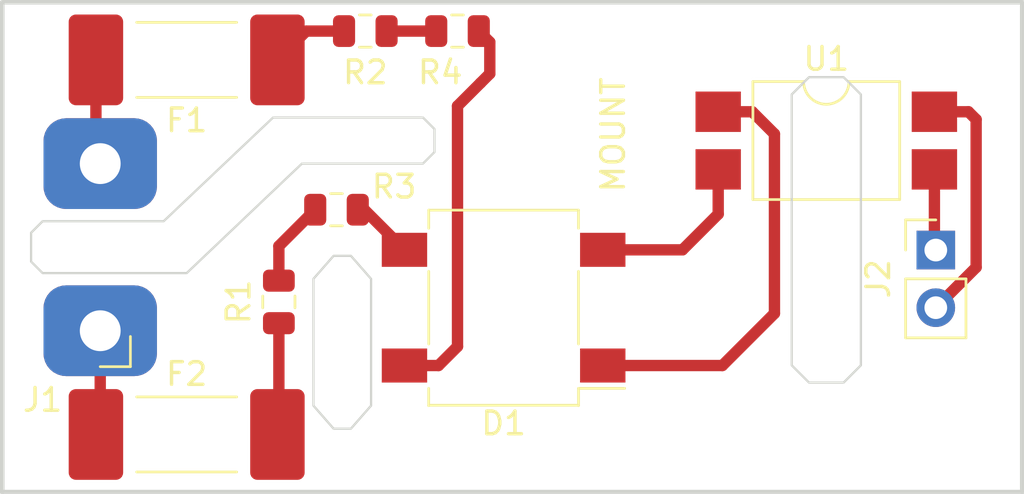
<source format=kicad_pcb>
(kicad_pcb (version 20171130) (host pcbnew 5.1.5-52549c5~84~ubuntu18.04.1)

  (general
    (thickness 1.6)
    (drawings 7)
    (tracks 37)
    (zones 0)
    (modules 11)
    (nets 13)
  )

  (page A4)
  (layers
    (0 F.Cu signal)
    (31 B.Cu signal)
    (32 B.Adhes user)
    (33 F.Adhes user)
    (34 B.Paste user)
    (35 F.Paste user)
    (36 B.SilkS user)
    (37 F.SilkS user)
    (38 B.Mask user)
    (39 F.Mask user)
    (40 Dwgs.User user)
    (41 Cmts.User user)
    (42 Eco1.User user)
    (43 Eco2.User user)
    (44 Edge.Cuts user)
    (45 Margin user)
    (46 B.CrtYd user)
    (47 F.CrtYd user)
    (48 B.Fab user)
    (49 F.Fab user hide)
  )

  (setup
    (last_trace_width 0.5)
    (user_trace_width 0.5)
    (user_trace_width 0.75)
    (user_trace_width 1)
    (user_trace_width 2)
    (user_trace_width 5)
    (user_trace_width 10)
    (trace_clearance 0.2)
    (zone_clearance 0.508)
    (zone_45_only no)
    (trace_min 0.2)
    (via_size 0.8)
    (via_drill 0.4)
    (via_min_size 0.4)
    (via_min_drill 0.3)
    (uvia_size 0.3)
    (uvia_drill 0.1)
    (uvias_allowed no)
    (uvia_min_size 0.2)
    (uvia_min_drill 0.1)
    (edge_width 0.05)
    (segment_width 0.2)
    (pcb_text_width 0.3)
    (pcb_text_size 1.5 1.5)
    (mod_edge_width 0.12)
    (mod_text_size 1 1)
    (mod_text_width 0.15)
    (pad_size 1.524 1.524)
    (pad_drill 0.762)
    (pad_to_mask_clearance 0.051)
    (solder_mask_min_width 0.25)
    (aux_axis_origin 0 0)
    (grid_origin 12.065 12.065)
    (visible_elements FFFFFF7F)
    (pcbplotparams
      (layerselection 0x010fc_ffffffff)
      (usegerberextensions false)
      (usegerberattributes false)
      (usegerberadvancedattributes false)
      (creategerberjobfile false)
      (excludeedgelayer true)
      (linewidth 0.100000)
      (plotframeref false)
      (viasonmask false)
      (mode 1)
      (useauxorigin false)
      (hpglpennumber 1)
      (hpglpenspeed 20)
      (hpglpendiameter 15.000000)
      (psnegative false)
      (psa4output false)
      (plotreference true)
      (plotvalue true)
      (plotinvisibletext false)
      (padsonsilk false)
      (subtractmaskfromsilk false)
      (outputformat 1)
      (mirror false)
      (drillshape 1)
      (scaleselection 1)
      (outputdirectory ""))
  )

  (net 0 "")
  (net 1 "Net-(D1-Pad4)")
  (net 2 "Net-(D1-Pad3)")
  (net 3 "Net-(D1-Pad2)")
  (net 4 "Net-(D1-Pad1)")
  (net 5 "Net-(J2-Pad2)")
  (net 6 "Net-(J2-Pad1)")
  (net 7 "Net-(R1-Pad1)")
  (net 8 "Net-(R2-Pad1)")
  (net 9 "Net-(F1-Pad2)")
  (net 10 "Net-(F1-Pad1)")
  (net 11 "Net-(F2-Pad2)")
  (net 12 "Net-(F2-Pad1)")

  (net_class Default "This is the default net class."
    (clearance 0.2)
    (trace_width 0.25)
    (via_dia 0.8)
    (via_drill 0.4)
    (uvia_dia 0.3)
    (uvia_drill 0.1)
    (add_net "Net-(D1-Pad1)")
    (add_net "Net-(D1-Pad2)")
    (add_net "Net-(D1-Pad3)")
    (add_net "Net-(D1-Pad4)")
    (add_net "Net-(F1-Pad1)")
    (add_net "Net-(F1-Pad2)")
    (add_net "Net-(F2-Pad1)")
    (add_net "Net-(F2-Pad2)")
    (add_net "Net-(J2-Pad1)")
    (add_net "Net-(J2-Pad2)")
    (add_net "Net-(R1-Pad1)")
    (add_net "Net-(R2-Pad1)")
  )

  (module MountingHole:MountingHole_2.2mm_M2 (layer F.Cu) (tedit 56D1B4CB) (tstamp 5E55EA5A)
    (at 35.687 18.161)
    (descr "Mounting Hole 2.2mm, no annular, M2")
    (tags "mounting hole 2.2mm no annular m2")
    (attr virtual)
    (fp_text reference MOUNT (at 3.302 -0.254 -90) (layer F.SilkS)
      (effects (font (size 1 1) (thickness 0.15)))
    )
    (fp_text value MountingHole_2.2mm_M2 (at 0 3.2) (layer F.Fab)
      (effects (font (size 1 1) (thickness 0.15)))
    )
    (fp_circle (center 0 0) (end 2.45 0) (layer F.CrtYd) (width 0.05))
    (fp_circle (center 0 0) (end 2.2 0) (layer Cmts.User) (width 0.15))
    (fp_text user %R (at 0.3 0) (layer F.Fab)
      (effects (font (size 1 1) (thickness 0.15)))
    )
    (pad 1 np_thru_hole circle (at 0 0) (size 2.2 2.2) (drill 2.2) (layers *.Cu *.Mask))
  )

  (module Connector_PinHeader_2.54mm:AC_connector (layer F.Cu) (tedit 5E53C064) (tstamp 5E55EB8C)
    (at 16.383 26.797 180)
    (descr "Through hole straight pin header, 1x02, 2.54mm pitch, single row")
    (tags "Through hole pin header THT 1x02 2.54mm single row")
    (path /5E892E28)
    (fp_text reference J1 (at 2.54 -2.794) (layer F.SilkS)
      (effects (font (size 1 1) (thickness 0.15)))
    )
    (fp_text value Conn_01x02_Male (at 0 4.87) (layer F.Fab)
      (effects (font (size 1 1) (thickness 0.15)))
    )
    (fp_text user %R (at 3.556 1.27 90) (layer F.Fab)
      (effects (font (size 1 1) (thickness 0.15)))
    )
    (fp_line (start 2.54 -2.032) (end -2.54 -2.032) (layer F.CrtYd) (width 0.05))
    (fp_line (start 2.54 9.906) (end 2.54 -2.032) (layer F.CrtYd) (width 0.05))
    (fp_line (start -2.54 9.906) (end 2.54 9.906) (layer F.CrtYd) (width 0.05))
    (fp_line (start -2.54 -2.032) (end -2.54 9.906) (layer F.CrtYd) (width 0.05))
    (fp_line (start -1.33 -1.33) (end 0 -1.33) (layer F.SilkS) (width 0.12))
    (fp_line (start -1.33 0) (end -1.33 -1.33) (layer F.SilkS) (width 0.12))
    (fp_line (start -1.27 -0.635) (end -0.635 -1.27) (layer F.Fab) (width 0.1))
    (fp_line (start -2.794 10.16) (end -2.794 -2.286) (layer F.Fab) (width 0.1))
    (fp_line (start 2.794 10.16) (end -2.794 10.16) (layer F.Fab) (width 0.1))
    (fp_line (start 2.794 -2.286) (end 2.794 10.16) (layer F.Fab) (width 0.1))
    (fp_line (start -2.794 -2.286) (end 2.794 -2.286) (layer F.Fab) (width 0.1))
    (pad 2 thru_hole roundrect (at 0 7.62 180) (size 5 4) (drill 1.8) (layers *.Cu *.Mask) (roundrect_rratio 0.25)
      (net 9 "Net-(F1-Pad2)"))
    (pad 1 thru_hole roundrect (at 0 0.254 180) (size 5 4) (drill 1.8) (layers *.Cu *.Mask) (roundrect_rratio 0.25)
      (net 12 "Net-(F2-Pad1)"))
    (model ${KISYS3DMOD}/Connector_PinHeader_2.54mm.3dshapes/PinHeader_1x02_P2.54mm_Vertical.wrl
      (at (xyz 0 0 0))
      (scale (xyz 1 1 1))
      (rotate (xyz 0 0 0))
    )
  )

  (module Resistor_SMD:R_0805_2012Metric (layer F.Cu) (tedit 5B36C52B) (tstamp 5E556DAE)
    (at 32.131 13.335 180)
    (descr "Resistor SMD 0805 (2012 Metric), square (rectangular) end terminal, IPC_7351 nominal, (Body size source: https://docs.google.com/spreadsheets/d/1BsfQQcO9C6DZCsRaXUlFlo91Tg2WpOkGARC1WS5S8t0/edit?usp=sharing), generated with kicad-footprint-generator")
    (tags resistor)
    (path /5E8929D6)
    (attr smd)
    (fp_text reference R4 (at 0.762 -1.82) (layer F.SilkS)
      (effects (font (size 1 1) (thickness 0.15)))
    )
    (fp_text value 100k (at 0 1.82) (layer F.Fab)
      (effects (font (size 1 1) (thickness 0.15)))
    )
    (fp_text user %R (at 0 0) (layer F.Fab)
      (effects (font (size 0.8 0.8) (thickness 0.12)))
    )
    (fp_line (start 1.68 0.95) (end -1.68 0.95) (layer F.CrtYd) (width 0.05))
    (fp_line (start 1.68 -0.95) (end 1.68 0.95) (layer F.CrtYd) (width 0.05))
    (fp_line (start -1.68 -0.95) (end 1.68 -0.95) (layer F.CrtYd) (width 0.05))
    (fp_line (start -1.68 0.95) (end -1.68 -0.95) (layer F.CrtYd) (width 0.05))
    (fp_line (start -0.258578 0.71) (end 0.258578 0.71) (layer F.SilkS) (width 0.12))
    (fp_line (start -0.258578 -0.71) (end 0.258578 -0.71) (layer F.SilkS) (width 0.12))
    (fp_line (start 1 0.6) (end -1 0.6) (layer F.Fab) (width 0.1))
    (fp_line (start 1 -0.6) (end 1 0.6) (layer F.Fab) (width 0.1))
    (fp_line (start -1 -0.6) (end 1 -0.6) (layer F.Fab) (width 0.1))
    (fp_line (start -1 0.6) (end -1 -0.6) (layer F.Fab) (width 0.1))
    (pad 2 smd roundrect (at 0.9375 0 180) (size 0.975 1.4) (layers F.Cu F.Paste F.Mask) (roundrect_rratio 0.25)
      (net 8 "Net-(R2-Pad1)"))
    (pad 1 smd roundrect (at -0.9375 0 180) (size 0.975 1.4) (layers F.Cu F.Paste F.Mask) (roundrect_rratio 0.25)
      (net 1 "Net-(D1-Pad4)"))
    (model ${KISYS3DMOD}/Resistor_SMD.3dshapes/R_0805_2012Metric.wrl
      (at (xyz 0 0 0))
      (scale (xyz 1 1 1))
      (rotate (xyz 0 0 0))
    )
  )

  (module Resistor_SMD:R_0805_2012Metric (layer F.Cu) (tedit 5B36C52B) (tstamp 5E556483)
    (at 28.067 13.335 180)
    (descr "Resistor SMD 0805 (2012 Metric), square (rectangular) end terminal, IPC_7351 nominal, (Body size source: https://docs.google.com/spreadsheets/d/1BsfQQcO9C6DZCsRaXUlFlo91Tg2WpOkGARC1WS5S8t0/edit?usp=sharing), generated with kicad-footprint-generator")
    (tags resistor)
    (path /5E892730)
    (attr smd)
    (fp_text reference R2 (at 0 -1.82) (layer F.SilkS)
      (effects (font (size 1 1) (thickness 0.15)))
    )
    (fp_text value 100k (at 0 1.82) (layer F.Fab)
      (effects (font (size 1 1) (thickness 0.15)))
    )
    (fp_text user %R (at 0 0) (layer F.Fab)
      (effects (font (size 0.8 0.8) (thickness 0.12)))
    )
    (fp_line (start 1.68 0.95) (end -1.68 0.95) (layer F.CrtYd) (width 0.05))
    (fp_line (start 1.68 -0.95) (end 1.68 0.95) (layer F.CrtYd) (width 0.05))
    (fp_line (start -1.68 -0.95) (end 1.68 -0.95) (layer F.CrtYd) (width 0.05))
    (fp_line (start -1.68 0.95) (end -1.68 -0.95) (layer F.CrtYd) (width 0.05))
    (fp_line (start -0.258578 0.71) (end 0.258578 0.71) (layer F.SilkS) (width 0.12))
    (fp_line (start -0.258578 -0.71) (end 0.258578 -0.71) (layer F.SilkS) (width 0.12))
    (fp_line (start 1 0.6) (end -1 0.6) (layer F.Fab) (width 0.1))
    (fp_line (start 1 -0.6) (end 1 0.6) (layer F.Fab) (width 0.1))
    (fp_line (start -1 -0.6) (end 1 -0.6) (layer F.Fab) (width 0.1))
    (fp_line (start -1 0.6) (end -1 -0.6) (layer F.Fab) (width 0.1))
    (pad 2 smd roundrect (at 0.9375 0 180) (size 0.975 1.4) (layers F.Cu F.Paste F.Mask) (roundrect_rratio 0.25)
      (net 10 "Net-(F1-Pad1)"))
    (pad 1 smd roundrect (at -0.9375 0 180) (size 0.975 1.4) (layers F.Cu F.Paste F.Mask) (roundrect_rratio 0.25)
      (net 8 "Net-(R2-Pad1)"))
    (model ${KISYS3DMOD}/Resistor_SMD.3dshapes/R_0805_2012Metric.wrl
      (at (xyz 0 0 0))
      (scale (xyz 1 1 1))
      (rotate (xyz 0 0 0))
    )
  )

  (module Fuse:Fuse_10mmx3mm (layer F.Cu) (tedit 5E4EB369) (tstamp 5E557831)
    (at 20.193 31.115)
    (descr "Fuse SMD 2920 (7451 Metric), square (rectangular) end terminal, IPC_7351 nominal, (Body size from: http://www.megastar.com/products/fusetronic/polyswitch/PDF/smd2920.pdf), generated with kicad-footprint-generator")
    (tags resistor)
    (path /5EDDD343)
    (attr smd)
    (fp_text reference F2 (at 0 -2.664) (layer F.SilkS)
      (effects (font (size 1 1) (thickness 0.15)))
    )
    (fp_text value Fuse (at 0 2.664) (layer F.Fab)
      (effects (font (size 1 1) (thickness 0.15)))
    )
    (fp_text user %R (at 0 0) (layer F.Fab)
      (effects (font (size 1 1) (thickness 0.15)))
    )
    (fp_line (start 5.08 1.524) (end -5.08 1.524) (layer F.CrtYd) (width 0.05))
    (fp_line (start 5.08 -1.524) (end 5.08 1.524) (layer F.CrtYd) (width 0.05))
    (fp_line (start -5.08 -1.524) (end 5.08 -1.524) (layer F.CrtYd) (width 0.05))
    (fp_line (start -5.08 1.524) (end -5.08 -1.524) (layer F.CrtYd) (width 0.05))
    (fp_line (start -2.203752 1.654) (end 2.203752 1.654) (layer F.SilkS) (width 0.12))
    (fp_line (start -2.203752 -1.654) (end 2.203752 -1.654) (layer F.SilkS) (width 0.12))
    (fp_line (start 5.08 1.524) (end -5.08 1.524) (layer F.Fab) (width 0.1))
    (fp_line (start 5.08 -1.524) (end 5.08 1.524) (layer F.Fab) (width 0.1))
    (fp_line (start -5.08 -1.524) (end 5.08 -1.524) (layer F.Fab) (width 0.1))
    (fp_line (start -5.08 1.524) (end -5.08 -1.524) (layer F.Fab) (width 0.1))
    (pad 2 smd roundrect (at 4 0) (size 2.4 4) (layers F.Cu F.Paste F.Mask) (roundrect_rratio 0.13)
      (net 11 "Net-(F2-Pad2)"))
    (pad 1 smd roundrect (at -4 0) (size 2.4 4) (layers F.Cu F.Paste F.Mask) (roundrect_rratio 0.13)
      (net 12 "Net-(F2-Pad1)"))
    (model ${KISYS3DMOD}/Fuse.3dshapes/Fuse_2920_7451Metric.wrl
      (at (xyz 0 0 0))
      (scale (xyz 1 1 1))
      (rotate (xyz 0 0 0))
    )
  )

  (module Fuse:Fuse_10mmx3mm (layer F.Cu) (tedit 5E4EB369) (tstamp 5E5571B2)
    (at 20.193 14.605 180)
    (descr "Fuse SMD 2920 (7451 Metric), square (rectangular) end terminal, IPC_7351 nominal, (Body size from: http://www.megastar.com/products/fusetronic/polyswitch/PDF/smd2920.pdf), generated with kicad-footprint-generator")
    (tags resistor)
    (path /5E4EBF45)
    (attr smd)
    (fp_text reference F1 (at 0 -2.664) (layer F.SilkS)
      (effects (font (size 1 1) (thickness 0.15)))
    )
    (fp_text value Fuse (at 0 2.664) (layer F.Fab)
      (effects (font (size 1 1) (thickness 0.15)))
    )
    (fp_text user %R (at 0 0) (layer F.Fab)
      (effects (font (size 1 1) (thickness 0.15)))
    )
    (fp_line (start 5.08 1.524) (end -5.08 1.524) (layer F.CrtYd) (width 0.05))
    (fp_line (start 5.08 -1.524) (end 5.08 1.524) (layer F.CrtYd) (width 0.05))
    (fp_line (start -5.08 -1.524) (end 5.08 -1.524) (layer F.CrtYd) (width 0.05))
    (fp_line (start -5.08 1.524) (end -5.08 -1.524) (layer F.CrtYd) (width 0.05))
    (fp_line (start -2.203752 1.654) (end 2.203752 1.654) (layer F.SilkS) (width 0.12))
    (fp_line (start -2.203752 -1.654) (end 2.203752 -1.654) (layer F.SilkS) (width 0.12))
    (fp_line (start 5.08 1.524) (end -5.08 1.524) (layer F.Fab) (width 0.1))
    (fp_line (start 5.08 -1.524) (end 5.08 1.524) (layer F.Fab) (width 0.1))
    (fp_line (start -5.08 -1.524) (end 5.08 -1.524) (layer F.Fab) (width 0.1))
    (fp_line (start -5.08 1.524) (end -5.08 -1.524) (layer F.Fab) (width 0.1))
    (pad 2 smd roundrect (at 4 0 180) (size 2.4 4) (layers F.Cu F.Paste F.Mask) (roundrect_rratio 0.13)
      (net 9 "Net-(F1-Pad2)"))
    (pad 1 smd roundrect (at -4 0 180) (size 2.4 4) (layers F.Cu F.Paste F.Mask) (roundrect_rratio 0.13)
      (net 10 "Net-(F1-Pad1)"))
    (model ${KISYS3DMOD}/Fuse.3dshapes/Fuse_2920_7451Metric.wrl
      (at (xyz 0 0 0))
      (scale (xyz 1 1 1))
      (rotate (xyz 0 0 0))
    )
  )

  (module Resistor_SMD:R_0805_2012Metric (layer F.Cu) (tedit 5B36C52B) (tstamp 5E55D262)
    (at 26.797 21.209 180)
    (descr "Resistor SMD 0805 (2012 Metric), square (rectangular) end terminal, IPC_7351 nominal, (Body size source: https://docs.google.com/spreadsheets/d/1BsfQQcO9C6DZCsRaXUlFlo91Tg2WpOkGARC1WS5S8t0/edit?usp=sharing), generated with kicad-footprint-generator")
    (tags resistor)
    (path /5E8929CC)
    (attr smd)
    (fp_text reference R3 (at -2.54 1.016 180) (layer F.SilkS)
      (effects (font (size 1 1) (thickness 0.15)))
    )
    (fp_text value 100k (at 0 1.82) (layer F.Fab)
      (effects (font (size 1 1) (thickness 0.15)))
    )
    (fp_text user %R (at 0 0.124999) (layer F.Fab)
      (effects (font (size 0.8 0.8) (thickness 0.12)))
    )
    (fp_line (start 1.68 0.95) (end -1.68 0.95) (layer F.CrtYd) (width 0.05))
    (fp_line (start 1.68 -0.95) (end 1.68 0.95) (layer F.CrtYd) (width 0.05))
    (fp_line (start -1.68 -0.95) (end 1.68 -0.95) (layer F.CrtYd) (width 0.05))
    (fp_line (start -1.68 0.95) (end -1.68 -0.95) (layer F.CrtYd) (width 0.05))
    (fp_line (start -0.258578 0.71) (end 0.258578 0.71) (layer F.SilkS) (width 0.12))
    (fp_line (start -0.258578 -0.71) (end 0.258578 -0.71) (layer F.SilkS) (width 0.12))
    (fp_line (start 1 0.6) (end -1 0.6) (layer F.Fab) (width 0.1))
    (fp_line (start 1 -0.6) (end 1 0.6) (layer F.Fab) (width 0.1))
    (fp_line (start -1 -0.6) (end 1 -0.6) (layer F.Fab) (width 0.1))
    (fp_line (start -1 0.6) (end -1 -0.6) (layer F.Fab) (width 0.1))
    (pad 2 smd roundrect (at 0.9375 0 180) (size 0.975 1.4) (layers F.Cu F.Paste F.Mask) (roundrect_rratio 0.25)
      (net 7 "Net-(R1-Pad1)"))
    (pad 1 smd roundrect (at -0.9375 0 180) (size 0.975 1.4) (layers F.Cu F.Paste F.Mask) (roundrect_rratio 0.25)
      (net 2 "Net-(D1-Pad3)"))
    (model ${KISYS3DMOD}/Resistor_SMD.3dshapes/R_0805_2012Metric.wrl
      (at (xyz 0 0 0))
      (scale (xyz 1 1 1))
      (rotate (xyz 0 0 0))
    )
  )

  (module Resistor_SMD:R_0805_2012Metric (layer F.Cu) (tedit 5B36C52B) (tstamp 5E55D1B4)
    (at 24.257 25.273 270)
    (descr "Resistor SMD 0805 (2012 Metric), square (rectangular) end terminal, IPC_7351 nominal, (Body size source: https://docs.google.com/spreadsheets/d/1BsfQQcO9C6DZCsRaXUlFlo91Tg2WpOkGARC1WS5S8t0/edit?usp=sharing), generated with kicad-footprint-generator")
    (tags resistor)
    (path /5E892457)
    (attr smd)
    (fp_text reference R1 (at 0 1.778 90) (layer F.SilkS)
      (effects (font (size 1 1) (thickness 0.15)))
    )
    (fp_text value 100k (at 0 1.82 90) (layer F.Fab)
      (effects (font (size 1 1) (thickness 0.15)))
    )
    (fp_text user %R (at 0 0 90) (layer F.Fab)
      (effects (font (size 0.8 0.8) (thickness 0.12)))
    )
    (fp_line (start 1.68 0.95) (end -1.68 0.95) (layer F.CrtYd) (width 0.05))
    (fp_line (start 1.68 -0.95) (end 1.68 0.95) (layer F.CrtYd) (width 0.05))
    (fp_line (start -1.68 -0.95) (end 1.68 -0.95) (layer F.CrtYd) (width 0.05))
    (fp_line (start -1.68 0.95) (end -1.68 -0.95) (layer F.CrtYd) (width 0.05))
    (fp_line (start -0.258578 0.71) (end 0.258578 0.71) (layer F.SilkS) (width 0.12))
    (fp_line (start -0.258578 -0.71) (end 0.258578 -0.71) (layer F.SilkS) (width 0.12))
    (fp_line (start 1 0.6) (end -1 0.6) (layer F.Fab) (width 0.1))
    (fp_line (start 1 -0.6) (end 1 0.6) (layer F.Fab) (width 0.1))
    (fp_line (start -1 -0.6) (end 1 -0.6) (layer F.Fab) (width 0.1))
    (fp_line (start -1 0.6) (end -1 -0.6) (layer F.Fab) (width 0.1))
    (pad 2 smd roundrect (at 0.9375 0 270) (size 0.975 1.4) (layers F.Cu F.Paste F.Mask) (roundrect_rratio 0.25)
      (net 11 "Net-(F2-Pad2)"))
    (pad 1 smd roundrect (at -0.9375 0 270) (size 0.975 1.4) (layers F.Cu F.Paste F.Mask) (roundrect_rratio 0.25)
      (net 7 "Net-(R1-Pad1)"))
    (model ${KISYS3DMOD}/Resistor_SMD.3dshapes/R_0805_2012Metric.wrl
      (at (xyz 0 0 0))
      (scale (xyz 1 1 1))
      (rotate (xyz 0 0 0))
    )
  )

  (module Package_DIP:SMDIP-4_W9.53mm (layer F.Cu) (tedit 5A02E8C5) (tstamp 5E55D12E)
    (at 48.387 18.161)
    (descr "4-lead surface-mounted (SMD) DIP package, row spacing 9.53 mm (375 mils)")
    (tags "SMD DIP DIL PDIP SMDIP 2.54mm 9.53mm 375mil")
    (path /5E894A62)
    (attr smd)
    (fp_text reference U1 (at 0 -3.6) (layer F.SilkS)
      (effects (font (size 1 1) (thickness 0.15)))
    )
    (fp_text value LTV-817S (at 0 3.6) (layer F.Fab)
      (effects (font (size 1 1) (thickness 0.15)))
    )
    (fp_text user %R (at 0 0) (layer F.Fab)
      (effects (font (size 1 1) (thickness 0.15)))
    )
    (fp_line (start 6.05 -2.8) (end -6.05 -2.8) (layer F.CrtYd) (width 0.05))
    (fp_line (start 6.05 2.8) (end 6.05 -2.8) (layer F.CrtYd) (width 0.05))
    (fp_line (start -6.05 2.8) (end 6.05 2.8) (layer F.CrtYd) (width 0.05))
    (fp_line (start -6.05 -2.8) (end -6.05 2.8) (layer F.CrtYd) (width 0.05))
    (fp_line (start 3.235 -2.6) (end 1 -2.6) (layer F.SilkS) (width 0.12))
    (fp_line (start 3.235 2.6) (end 3.235 -2.6) (layer F.SilkS) (width 0.12))
    (fp_line (start -3.235 2.6) (end 3.235 2.6) (layer F.SilkS) (width 0.12))
    (fp_line (start -3.235 -2.6) (end -3.235 2.6) (layer F.SilkS) (width 0.12))
    (fp_line (start -1 -2.6) (end -3.235 -2.6) (layer F.SilkS) (width 0.12))
    (fp_line (start -3.175 -1.54) (end -2.175 -2.54) (layer F.Fab) (width 0.1))
    (fp_line (start -3.175 2.54) (end -3.175 -1.54) (layer F.Fab) (width 0.1))
    (fp_line (start 3.175 2.54) (end -3.175 2.54) (layer F.Fab) (width 0.1))
    (fp_line (start 3.175 -2.54) (end 3.175 2.54) (layer F.Fab) (width 0.1))
    (fp_line (start -2.175 -2.54) (end 3.175 -2.54) (layer F.Fab) (width 0.1))
    (fp_arc (start 0 -2.6) (end -1 -2.6) (angle -180) (layer F.SilkS) (width 0.12))
    (pad 4 smd rect (at 4.765 -1.27) (size 2 1.78) (layers F.Cu F.Paste F.Mask)
      (net 5 "Net-(J2-Pad2)"))
    (pad 2 smd rect (at -4.765 1.27) (size 2 1.78) (layers F.Cu F.Paste F.Mask)
      (net 3 "Net-(D1-Pad2)"))
    (pad 3 smd rect (at 4.765 1.27) (size 2 1.78) (layers F.Cu F.Paste F.Mask)
      (net 6 "Net-(J2-Pad1)"))
    (pad 1 smd rect (at -4.765 -1.27) (size 2 1.78) (layers F.Cu F.Paste F.Mask)
      (net 4 "Net-(D1-Pad1)"))
    (model ${KISYS3DMOD}/Package_DIP.3dshapes/SMDIP-4_W9.53mm.wrl
      (at (xyz 0 0 0))
      (scale (xyz 1 1 1))
      (rotate (xyz 0 0 0))
    )
  )

  (module Connector_PinHeader_2.54mm:PinHeader_1x02_P2.54mm_Vertical (layer F.Cu) (tedit 59FED5CC) (tstamp 5E55D174)
    (at 53.213 22.987)
    (descr "Through hole straight pin header, 1x02, 2.54mm pitch, single row")
    (tags "Through hole pin header THT 1x02 2.54mm single row")
    (path /5E895CD5)
    (fp_text reference J2 (at -2.54 1.27 90) (layer F.SilkS)
      (effects (font (size 1 1) (thickness 0.15)))
    )
    (fp_text value Conn_01x02_Male (at 0 4.87) (layer F.Fab)
      (effects (font (size 1 1) (thickness 0.15)))
    )
    (fp_text user %R (at 0 1.27 90) (layer F.Fab)
      (effects (font (size 1 1) (thickness 0.15)))
    )
    (fp_line (start 1.8 -1.8) (end -1.8 -1.8) (layer F.CrtYd) (width 0.05))
    (fp_line (start 1.8 4.35) (end 1.8 -1.8) (layer F.CrtYd) (width 0.05))
    (fp_line (start -1.8 4.35) (end 1.8 4.35) (layer F.CrtYd) (width 0.05))
    (fp_line (start -1.8 -1.8) (end -1.8 4.35) (layer F.CrtYd) (width 0.05))
    (fp_line (start -1.33 -1.33) (end 0 -1.33) (layer F.SilkS) (width 0.12))
    (fp_line (start -1.33 0) (end -1.33 -1.33) (layer F.SilkS) (width 0.12))
    (fp_line (start -1.33 1.27) (end 1.33 1.27) (layer F.SilkS) (width 0.12))
    (fp_line (start 1.33 1.27) (end 1.33 3.87) (layer F.SilkS) (width 0.12))
    (fp_line (start -1.33 1.27) (end -1.33 3.87) (layer F.SilkS) (width 0.12))
    (fp_line (start -1.33 3.87) (end 1.33 3.87) (layer F.SilkS) (width 0.12))
    (fp_line (start -1.27 -0.635) (end -0.635 -1.27) (layer F.Fab) (width 0.1))
    (fp_line (start -1.27 3.81) (end -1.27 -0.635) (layer F.Fab) (width 0.1))
    (fp_line (start 1.27 3.81) (end -1.27 3.81) (layer F.Fab) (width 0.1))
    (fp_line (start 1.27 -1.27) (end 1.27 3.81) (layer F.Fab) (width 0.1))
    (fp_line (start -0.635 -1.27) (end 1.27 -1.27) (layer F.Fab) (width 0.1))
    (pad 2 thru_hole oval (at 0 2.54) (size 1.7 1.7) (drill 1) (layers *.Cu *.Mask)
      (net 5 "Net-(J2-Pad2)"))
    (pad 1 thru_hole rect (at 0 0) (size 1.7 1.7) (drill 1) (layers *.Cu *.Mask)
      (net 6 "Net-(J2-Pad1)"))
    (model ${KISYS3DMOD}/Connector_PinHeader_2.54mm.3dshapes/PinHeader_1x02_P2.54mm_Vertical.wrl
      (at (xyz 0 0 0))
      (scale (xyz 1 1 1))
      (rotate (xyz 0 0 0))
    )
  )

  (module Diode_SMD:Diode_Bridge_Diotec_SO-DIL-Slim (layer F.Cu) (tedit 5A4F6E6E) (tstamp 5E55D482)
    (at 34.163 25.527 180)
    (descr "SMD diode bridge Diotec SO-DIL Slim, see https://diotec.com/tl_files/diotec/files/pdf/datasheets/b40fs.pdf")
    (tags "DFS SO-DIL Slim")
    (path /5E893821)
    (attr smd)
    (fp_text reference D1 (at 0 -5.1) (layer F.SilkS)
      (effects (font (size 1 1) (thickness 0.15)))
    )
    (fp_text value D_Bridge_+-AA (at 0 5.2) (layer F.Fab)
      (effects (font (size 1 1) (thickness 0.15)))
    )
    (fp_line (start 5.62 4.45) (end -5.62 4.45) (layer F.CrtYd) (width 0.05))
    (fp_line (start 5.62 4.45) (end 5.62 -4.45) (layer F.CrtYd) (width 0.05))
    (fp_line (start -5.62 -4.45) (end -5.62 4.45) (layer F.CrtYd) (width 0.05))
    (fp_line (start -5.62 -4.45) (end 5.62 -4.45) (layer F.CrtYd) (width 0.05))
    (fp_line (start -2.3 -4.2) (end 3.2 -4.2) (layer F.Fab) (width 0.12))
    (fp_line (start -3.2 -3.3) (end -2.3 -4.2) (layer F.Fab) (width 0.12))
    (fp_line (start -3.2 4.2) (end -3.2 -3.3) (layer F.Fab) (width 0.12))
    (fp_line (start 3.2 4.2) (end -3.2 4.2) (layer F.Fab) (width 0.12))
    (fp_line (start 3.2 -4.2) (end 3.2 4.2) (layer F.Fab) (width 0.12))
    (fp_line (start -3.3 -4.3) (end 3.3 -4.3) (layer F.SilkS) (width 0.12))
    (fp_line (start 3.3 -1.6) (end 3.3 1.6) (layer F.SilkS) (width 0.12))
    (fp_line (start -3.3 -1.6) (end -3.3 1.6) (layer F.SilkS) (width 0.12))
    (fp_line (start 3.3 4.3) (end 3.3 3.5) (layer F.SilkS) (width 0.12))
    (fp_line (start -3.3 4.3) (end 3.3 4.3) (layer F.SilkS) (width 0.12))
    (fp_line (start -3.3 3.5) (end -3.3 4.3) (layer F.SilkS) (width 0.12))
    (fp_text user %R (at 0 -0.065) (layer F.Fab)
      (effects (font (size 1 1) (thickness 0.15)))
    )
    (fp_line (start -3.302 -4.318) (end -3.302 -3.556) (layer F.SilkS) (width 0.12))
    (fp_line (start -3.302 -3.556) (end -5.334 -3.556) (layer F.SilkS) (width 0.12))
    (fp_line (start -5.334 -3.556) (end -5.334 -3.556) (layer F.SilkS) (width 0.12))
    (fp_line (start 3.302 -3.556) (end 3.302 -4.318) (layer F.SilkS) (width 0.12))
    (fp_line (start 3.302 -4.318) (end 3.302 -4.318) (layer F.SilkS) (width 0.12))
    (pad 4 smd rect (at 4.37 -2.55 180) (size 2 1.5) (layers F.Cu F.Paste F.Mask)
      (net 1 "Net-(D1-Pad4)"))
    (pad 3 smd rect (at 4.37 2.55 180) (size 2 1.5) (layers F.Cu F.Paste F.Mask)
      (net 2 "Net-(D1-Pad3)"))
    (pad 2 smd rect (at -4.37 2.55 180) (size 2 1.5) (layers F.Cu F.Paste F.Mask)
      (net 3 "Net-(D1-Pad2)"))
    (pad 1 smd rect (at -4.37 -2.55 180) (size 2 1.5) (layers F.Cu F.Paste F.Mask)
      (net 4 "Net-(D1-Pad1)"))
    (model ${KISYS3DMOD}/Diode_SMD.3dshapes/Diode_Bridge_Diotec_SO-DIL-Slim.wrl
      (at (xyz 0 0 0))
      (scale (xyz 1 1 1))
      (rotate (xyz 0 0 0))
    )
  )

  (gr_poly (pts (xy 25.273 19.177) (xy 20.193 24.003) (xy 13.843 24.003) (xy 13.335 23.495) (xy 13.335 22.225) (xy 13.843 21.717) (xy 19.177 21.717) (xy 24.003 17.145) (xy 25.9715 17.145) (xy 30.607 17.145) (xy 31.115 17.653) (xy 31.115 18.669) (xy 30.607 19.177)) (layer Edge.Cuts) (width 0.1))
  (gr_poly (pts (xy 28.321 24.257) (xy 28.321 29.845) (xy 27.432 30.861) (xy 26.67 30.861) (xy 25.781 29.845) (xy 25.781 24.257) (xy 26.67 23.241) (xy 27.432 23.241)) (layer Edge.Cuts) (width 0.1))
  (gr_poly (pts (xy 49.911 16.129) (xy 49.911 28.067) (xy 49.149 28.829) (xy 47.625 28.829) (xy 46.863 28.067) (xy 46.863 16.129) (xy 47.625 15.367) (xy 49.149 15.367)) (layer Edge.Cuts) (width 0.1) (tstamp 5E55D15D))
  (gr_line (start 57.023 12.065) (end 12.065 12.065) (layer Edge.Cuts) (width 0.2) (tstamp 5E55935D))
  (gr_line (start 57.023 33.655) (end 57.023 12.065) (layer Edge.Cuts) (width 0.2))
  (gr_line (start 12.065 33.655) (end 57.023 33.655) (layer Edge.Cuts) (width 0.2))
  (gr_line (start 12.065 12.065) (end 12.065 33.655) (layer Edge.Cuts) (width 0.2))

  (segment (start 31.293 28.077) (end 29.793 28.077) (width 0.5) (layer F.Cu) (net 1))
  (segment (start 32.131 27.239) (end 31.293 28.077) (width 0.5) (layer F.Cu) (net 1))
  (segment (start 33.147 15.621) (end 32.131 16.637) (width 0.5) (layer F.Cu) (net 1))
  (segment (start 32.131 16.637) (end 32.131 27.239) (width 0.5) (layer F.Cu) (net 1))
  (segment (start 33.554027 15.213973) (end 33.147 15.621) (width 0.5) (layer F.Cu) (net 1))
  (segment (start 33.554027 13.820527) (end 33.554027 15.213973) (width 0.5) (layer F.Cu) (net 1))
  (segment (start 33.0685 13.335) (end 33.554027 13.820527) (width 0.5) (layer F.Cu) (net 1))
  (segment (start 28.025 21.209) (end 29.793 22.977) (width 0.5) (layer F.Cu) (net 2))
  (segment (start 27.7345 21.209) (end 28.025 21.209) (width 0.5) (layer F.Cu) (net 2))
  (segment (start 38.533 22.977) (end 42.047 22.977) (width 0.5) (layer F.Cu) (net 3))
  (segment (start 43.622 21.402) (end 43.622 19.431) (width 0.5) (layer F.Cu) (net 3))
  (segment (start 42.047 22.977) (end 43.622 21.402) (width 0.5) (layer F.Cu) (net 3))
  (segment (start 45.122 16.891) (end 46.101 17.87) (width 0.5) (layer F.Cu) (net 4))
  (segment (start 43.622 16.891) (end 45.122 16.891) (width 0.5) (layer F.Cu) (net 4))
  (segment (start 46.101 17.87) (end 46.101 25.781) (width 0.5) (layer F.Cu) (net 4))
  (segment (start 43.805 28.077) (end 38.533 28.077) (width 0.5) (layer F.Cu) (net 4))
  (segment (start 46.101 25.781) (end 43.805 28.077) (width 0.5) (layer F.Cu) (net 4))
  (segment (start 54.652 16.891) (end 54.991 17.23) (width 0.5) (layer F.Cu) (net 5))
  (segment (start 53.152 16.891) (end 54.652 16.891) (width 0.5) (layer F.Cu) (net 5))
  (segment (start 54.991 23.749) (end 53.213 25.527) (width 0.5) (layer F.Cu) (net 5))
  (segment (start 54.991 17.23) (end 54.991 23.749) (width 0.5) (layer F.Cu) (net 5))
  (segment (start 53.152 22.926) (end 53.213 22.987) (width 0.5) (layer F.Cu) (net 6))
  (segment (start 53.152 19.431) (end 53.152 22.926) (width 0.5) (layer F.Cu) (net 6))
  (segment (start 24.257 22.8115) (end 24.257 24.3355) (width 0.5) (layer F.Cu) (net 7))
  (segment (start 25.8595 21.209) (end 24.257 22.8115) (width 0.5) (layer F.Cu) (net 7))
  (segment (start 29.0045 13.335) (end 31.1935 13.335) (width 0.5) (layer F.Cu) (net 8))
  (segment (start 16.193 18.987) (end 16.383 19.177) (width 0.5) (layer F.Cu) (net 9))
  (segment (start 16.193 14.605) (end 16.193 18.987) (width 0.5) (layer F.Cu) (net 9))
  (segment (start 25.463 13.335) (end 24.193 14.605) (width 0.5) (layer F.Cu) (net 10))
  (segment (start 25.463 13.335) (end 27.1295 13.335) (width 0.5) (layer F.Cu) (net 10))
  (segment (start 24.003 30.925) (end 24.193 31.115) (width 0.5) (layer F.Cu) (net 11))
  (segment (start 24.257 31.051) (end 24.193 31.115) (width 0.5) (layer F.Cu) (net 11))
  (segment (start 24.257 26.2105) (end 24.257 31.051) (width 0.5) (layer F.Cu) (net 11))
  (segment (start 16.193 25.717) (end 16.383 25.527) (width 0.5) (layer F.Cu) (net 12))
  (segment (start 16.193 26.225) (end 16.891 25.527) (width 0.5) (layer F.Cu) (net 12))
  (segment (start 16.383 30.925) (end 16.193 31.115) (width 0.5) (layer F.Cu) (net 12))
  (segment (start 16.383 26.543) (end 16.383 30.925) (width 0.5) (layer F.Cu) (net 12))

)

</source>
